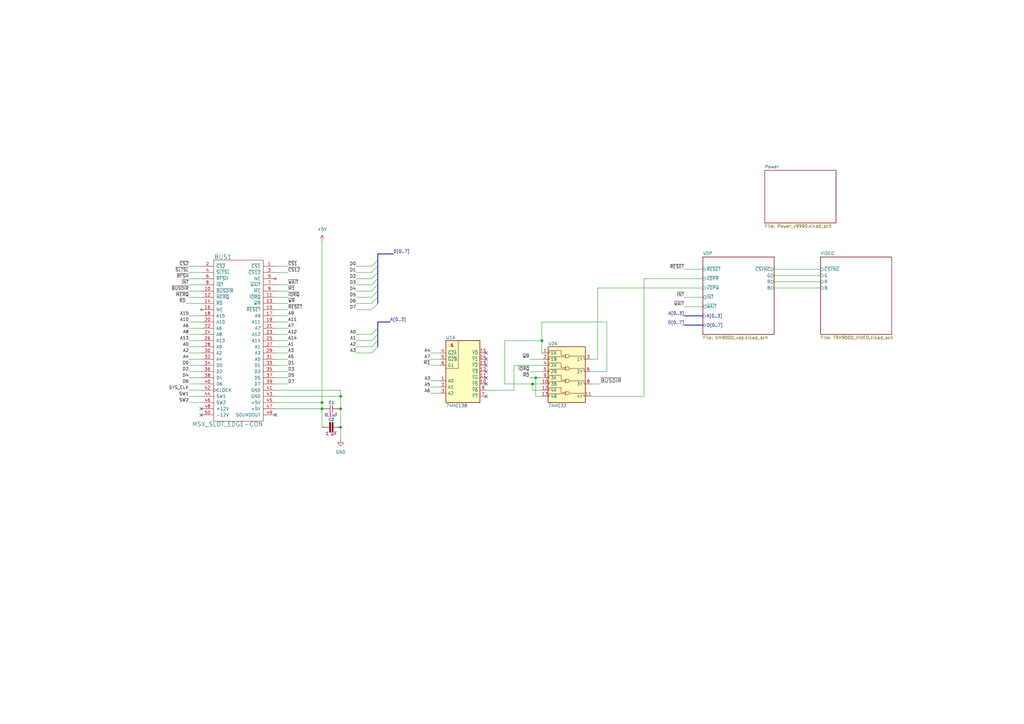
<source format=kicad_sch>
(kicad_sch (version 20211123) (generator eeschema)
  (paper "A3")
  (title_block (title "TRH9000") (date "2022-08-04") (rev "0.3") (company "The Retro Hacker") (comment 2 "Shared under CERN-OHL-S license") (comment 3 "TRH9000 - Open Source MSX Graphics Card based on the Yamaha V9990") (comment 4 "Designed  by: Cristiano Goncalves"))
  (lib_symbols
    (symbol "LRJ-parts:C_CC0805JPX7R9BB104" (pin_numbers hide) (pin_names (offset 1.016) hide)
      (property "Reference" "C" (at 1.524 2.921 0))
      (property "MPN" "CC0805JPX7R9BB104" (at -12.7 0 0))
      (symbol "C_CC0805JPX7R9BB104_1_1"
        (polyline (pts (xy -1.651 -0.508) (xy 1.524 -0.508)) (stroke (width 0.2032)))
        (polyline (pts (xy -1.651 0.508) (xy 1.524 0.508)) (stroke (width 0.2032)))
        (polyline (pts (xy 0 -1.27) (xy 0 -0.508)))
        (polyline (pts (xy 0 1.27) (xy 0 0.508)))
        (pin passive line (at 0 3.81 270) (length 2.54) (name "1") (number "1"))
        (pin passive line (at 0 -3.81 90) (length 2.54) (name "2") (number "2"))
      )
    )
    (symbol "LRJ-parts:C_CL21B105KBFNNNF" (pin_numbers hide) (pin_names (offset 1.016) hide)
      (property "Reference" "C" (at 1.524 2.921 0))
      (property "Capacitance" "1 µF" (at -5.08 1.27 0))
      (property "Voltage rating" "50V" (at -5.08 -1.27 0))
      (symbol "C_CL21B105KBFNNNF_1_0"
        (polyline (pts (xy 0 0) (xy 0 0.508)))
        (polyline (pts (xy 0 2.54) (xy 0 2.032)))
      )
      (symbol "C_CL21B105KBFNNNF_1_1"
        (rectangle (start -2.032 0.508) (end 2.032 1.016) (fill (type outline)))
        (rectangle (start -2.032 1.524) (end 2.032 2.032) (fill (type outline)))
        (pin passive line (at 0 5.08 270) (length 2.54) (name "1") (number "1"))
        (pin passive line (at 0 -2.54 90) (length 2.54) (name "2") (number "2"))
      )
    )
    (symbol "TRH9000:74VHC138" (pin_names (offset 0.762))
      (property "Reference" "U4" (at -6.35 13.97 0))
      (property "Value" "74HC138" (at -6.35 -13.97 0))
      (symbol "74VHC138_1_0"
        (polyline (pts (xy -1.27 12.7) (xy -1.27 1.27) (xy -6.35 1.27) (xy -6.35 1.27)))
        (text "&" (at -3.81 10.795 0) (effects (font (size 1.27 1.27))))
      )
      (symbol "74VHC138_1_1"
        (rectangle (start -6.35 12.7) (end 7.62 -12.7) (stroke (width 0.254)) (fill (type background)))
        (pin input line (at -8.89 -3.81 0) (length 2.54) (name "A0") (number "1"))
        (pin output line (at 10.16 -5.08 180) (length 2.54) (name "~{Y5}") (number "10"))
        (pin output line (at 10.16 -2.54 180) (length 2.54) (name "~{Y4}") (number "11"))
        (pin output line (at 10.16 0 180) (length 2.54) (name "~{Y3}") (number "12"))
        (pin output line (at 10.16 2.54 180) (length 2.54) (name "~{Y2}") (number "13"))
        (pin output line (at 10.16 5.08 180) (length 2.54) (name "~{Y1}") (number "14"))
        (pin output line (at 10.16 7.62 180) (length 2.54) (name "~{Y0}") (number "15"))
        (pin input line (at -8.89 -6.35 0) (length 2.54) (name "A1") (number "2"))
        (pin input line (at -8.89 -8.89 0) (length 2.54) (name "A2") (number "3"))
        (pin input line (at -8.89 7.62 0) (length 2.54) (name "~{G2A}") (number "4"))
        (pin input line (at -8.89 5.08 0) (length 2.54) (name "~{G2B}") (number "5"))
        (pin input line (at -8.89 2.54 0) (length 2.54) (name "G1") (number "6"))
        (pin output line (at 10.16 -10.16 180) (length 2.54) (name "~{Y7}") (number "7"))
        (pin output line (at 10.16 -7.62 180) (length 2.54) (name "~{Y6}") (number "9"))
      )
      (symbol "74VHC138_2_0"
        (rectangle (start -2.54 5.08) (end 2.54 -5.08) (stroke (width 0.254)) (fill (type background)))
        (pin power_in line (at 0 7.62 270) (length 2.54) (name "VCC") (number "16"))
      )
      (symbol "74VHC138_2_1"
        (pin power_in line (at 0 -7.62 90) (length 2.54) (name "GND") (number "8"))
      )
    )
    (symbol "TRH9000:MSX_SLOT_EDGE-CON" (pin_names (offset 1.016)) (in_bom no)
      (property "Reference" "BUS" (at -10.16 34.29 0))
      (property "Value" "MSX_SLOT_EDGE-CON" (at -10.16 -34.29 0))
      (symbol "MSX_SLOT_EDGE-CON_0_1"
        (rectangle (start -10.16 -33.02) (end 10.16 33.02))
      )
      (symbol "MSX_SLOT_EDGE-CON_1_1"
        (pin output line (at -15.24 30.48 0) (length 5.08) (name "~{CS1}") (number "1"))
        (pin output line (at 15.24 20.32 180) (length 5.08) (name "~{BUSDIR}") (number "10"))
        (pin output line (at -15.24 17.78 0) (length 5.08) (name "~{IORQ}") (number "11"))
        (pin input line (at 15.24 17.78 180) (length 5.08) (name "~{MERQ}") (number "12"))
        (pin output line (at -15.24 15.24 0) (length 5.08) (name "~{WR}") (number "13"))
        (pin output line (at 15.24 15.24 180) (length 5.08) (name "~{RD}") (number "14"))
        (pin output line (at -15.24 12.7 0) (length 5.08) (name "~{RESET}") (number "15"))
        (pin no_connect line (at 15.24 12.7 180) (length 5.08) (name "NC") (number "16"))
        (pin output line (at -15.24 10.16 0) (length 5.08) (name "A9") (number "17"))
        (pin output line (at 15.24 10.16 180) (length 5.08) (name "A15") (number "18"))
        (pin output line (at -15.24 7.62 0) (length 5.08) (name "A11") (number "19"))
        (pin output line (at 15.24 30.48 180) (length 5.08) (name "~{CS2}") (number "2"))
        (pin output line (at 15.24 7.62 180) (length 5.08) (name "A10") (number "20"))
        (pin output line (at -15.24 5.08 0) (length 5.08) (name "A7") (number "21"))
        (pin output line (at 15.24 5.08 180) (length 5.08) (name "A6") (number "22"))
        (pin output line (at -15.24 2.54 0) (length 5.08) (name "A12") (number "23"))
        (pin output line (at 15.24 2.54 180) (length 5.08) (name "A8") (number "24"))
        (pin output line (at -15.24 0 0) (length 5.08) (name "A14") (number "25"))
        (pin output line (at 15.24 0 180) (length 5.08) (name "A13") (number "26"))
        (pin output line (at -15.24 -2.54 0) (length 5.08) (name "A1") (number "27"))
        (pin output line (at 15.24 -2.54 180) (length 5.08) (name "A0") (number "28"))
        (pin output line (at -15.24 -5.08 0) (length 5.08) (name "A3") (number "29"))
        (pin output line (at -15.24 27.94 0) (length 5.08) (name "~{CS12}") (number "3"))
        (pin output line (at 15.24 -5.08 180) (length 5.08) (name "A2") (number "30"))
        (pin output line (at -15.24 -7.62 0) (length 5.08) (name "A5") (number "31"))
        (pin output line (at 15.24 -7.62 180) (length 5.08) (name "A4") (number "32"))
        (pin tri_state line (at -15.24 -10.16 0) (length 5.08) (name "D1") (number "33"))
        (pin tri_state line (at 15.24 -10.16 180) (length 5.08) (name "D0") (number "34"))
        (pin tri_state line (at -15.24 -12.7 0) (length 5.08) (name "D3") (number "35"))
        (pin tri_state line (at 15.24 -12.7 180) (length 5.08) (name "D2~{}") (number "36"))
        (pin tri_state line (at -15.24 -15.24 0) (length 5.08) (name "D5") (number "37"))
        (pin tri_state line (at 15.24 -15.24 180) (length 5.08) (name "D4") (number "38"))
        (pin tri_state line (at -15.24 -17.78 0) (length 5.08) (name "D7") (number "39"))
        (pin output line (at 15.24 27.94 180) (length 5.08) (name "~{SLTSL}") (number "4"))
        (pin tri_state line (at 15.24 -17.78 180) (length 5.08) (name "D6") (number "40"))
        (pin power_in line (at -15.24 -20.32 0) (length 5.08) (name "GND") (number "41"))
        (pin output clock (at 15.24 -20.32 180) (length 5.08) (name "CLOCK") (number "42"))
        (pin power_in line (at -15.24 -22.86 0) (length 5.08) (name "GND") (number "43"))
        (pin passive line (at 15.24 -22.86 180) (length 5.08) (name "SW1") (number "44"))
        (pin power_in line (at -15.24 -25.4 0) (length 5.08) (name "+5V") (number "45"))
        (pin passive line (at 15.24 -25.4 180) (length 5.08) (name "SW2") (number "46"))
        (pin power_in line (at -15.24 -27.94 0) (length 5.08) (name "+5V") (number "47"))
        (pin power_in line (at 15.24 -27.94 180) (length 5.08) (name "+12V") (number "48"))
        (pin output line (at -15.24 -30.48 0) (length 5.08) (name "SOUNDOUT") (number "49"))
        (pin no_connect line (at -15.24 25.4 0) (length 5.08) (name "NC") (number "5"))
        (pin power_in line (at 15.24 -30.48 180) (length 5.08) (name "-12V") (number "50"))
        (pin output line (at 15.24 25.4 180) (length 5.08) (name "~{RFSH}") (number "6"))
        (pin input line (at -15.24 22.86 0) (length 5.08) (name "~{WAIT}") (number "7"))
        (pin open_collector line (at 15.24 22.86 180) (length 5.08) (name "~{INT}") (number "8"))
        (pin output line (at -15.24 20.32 0) (length 5.08) (name "~{M1}") (number "9"))
      )
    )
    (symbol "TRH9000:T.I_SN74AHCT32D" (pin_names (offset 1))
      (property "Reference" "U5" (at -22.86 17.78 0))
      (property "Value" "T.I_SN74AHCT32D" (at -22.86 15.24 0))
      (symbol "T.I_SN74AHCT32D_1_1"
        (rectangle (start -7.62 12.7) (end 7.62 -10.16) (stroke (width 0.254)) (fill (type background)))
        (arc (start -0.635 -6.985) (mid -0.372 -6.35) (end -0.635 -5.715))
        (arc (start -0.635 -1.905) (mid -0.372 -1.27) (end -0.635 -0.635))
        (arc (start -0.635 3.175) (mid -0.372 3.81) (end -0.635 4.445))
        (arc (start -0.635 8.255) (mid -0.372 8.89) (end -0.635 9.525))
        (polyline (pts (xy -0.635 -6.604) (xy -0.508 -6.604)))
        (polyline (pts (xy -0.635 -6.096) (xy -0.508 -6.096)))
        (polyline (pts (xy -0.635 -1.524) (xy -0.508 -1.524)))
        (polyline (pts (xy -0.635 -1.016) (xy -0.508 -1.016)))
        (polyline (pts (xy -0.635 3.556) (xy -0.508 3.556)))
        (polyline (pts (xy -0.635 4.064) (xy -0.508 4.064)))
        (polyline (pts (xy -0.635 8.636) (xy -0.508 8.636)))
        (polyline (pts (xy -0.635 9.144) (xy -0.508 9.144)))
        (polyline (pts (xy 0.635 -6.985) (xy -0.635 -6.985)))
        (polyline (pts (xy 0.635 -5.715) (xy -0.635 -5.715)))
        (polyline (pts (xy 0.635 -1.905) (xy -0.635 -1.905)))
        (polyline (pts (xy 0.635 -0.635) (xy -0.635 -0.635)))
        (polyline (pts (xy 0.635 3.175) (xy -0.635 3.175)))
        (polyline (pts (xy 0.635 4.445) (xy -0.635 4.445)))
        (polyline (pts (xy 0.635 8.255) (xy -0.635 8.255)))
        (polyline (pts (xy 0.635 9.525) (xy -0.635 9.525)))
        (polyline (pts (xy 0.635 -5.715) (xy 1.27 -6.35) (xy 0.635 -6.985)))
        (polyline (pts (xy 0.635 -0.635) (xy 1.27 -1.27) (xy 0.635 -1.905)))
        (polyline (pts (xy 0.635 4.445) (xy 1.27 3.81) (xy 0.635 3.175)))
        (polyline (pts (xy 0.635 9.525) (xy 1.27 8.89) (xy 0.635 8.255)))
        (polyline (pts (xy -0.635 -6.096) (xy -2.286 -6.096) (xy -2.286 -4.064) (xy -3.81 -4.064)))
        (polyline (pts (xy -0.635 -1.016) (xy -2.286 -1.016) (xy -2.286 1.016) (xy -3.81 1.016)))
        (polyline (pts (xy -0.635 4.064) (xy -2.286 4.064) (xy -2.286 6.096) (xy -3.81 6.096)))
        (polyline (pts (xy -0.635 9.144) (xy -2.286 9.144) (xy -2.286 11.176) (xy -3.81 11.176)))
        (polyline (pts (xy -3.81 -4.064) (xy -3.81 -4.064) (xy -7.112 -4.064) (xy -7.112 -5.08) (xy -7.62 -5.08)))
        (polyline (pts (xy -3.81 1.016) (xy -3.81 1.016) (xy -7.112 1.016) (xy -7.112 0) (xy -7.62 0)))
        (polyline (pts (xy -3.81 6.096) (xy -3.81 6.096) (xy -7.112 6.096) (xy -7.112 5.08) (xy -7.62 5.08)))
        (polyline (pts (xy -3.81 11.176) (xy -3.81 11.176) (xy -7.112 11.176) (xy -7.112 10.16) (xy -7.62 10.16)))
        (polyline (pts (xy -0.635 -6.604) (xy -3.81 -6.604) (xy -7.112 -6.604) (xy -7.112 -7.62) (xy -7.62 -7.62)))
        (polyline (pts (xy -0.635 -1.524) (xy -3.81 -1.524) (xy -7.112 -1.524) (xy -7.112 -2.54) (xy -7.62 -2.54)))
        (polyline (pts (xy -0.635 3.556) (xy -3.81 3.556) (xy -7.112 3.556) (xy -7.112 2.54) (xy -7.62 2.54)))
        (polyline (pts (xy -0.635 8.636) (xy -3.81 8.636) (xy -7.112 8.636) (xy -7.112 7.62) (xy -7.62 7.62)))
        (polyline (pts (xy 1.27 -6.35) (xy 3.81 -6.35) (xy 7.112 -6.35) (xy 7.112 -7.62) (xy 7.62 -7.62)))
        (polyline (pts (xy 1.27 -1.27) (xy 3.81 -1.27) (xy 7.112 -1.27) (xy 7.112 -2.54) (xy 7.62 -2.54)))
        (polyline (pts (xy 1.27 3.81) (xy 3.81 3.81) (xy 7.112 3.81) (xy 7.112 2.54) (xy 7.62 2.54)))
        (polyline (pts (xy 1.27 8.89) (xy 3.81 8.89) (xy 7.112 8.89) (xy 7.112 7.62) (xy 7.62 7.62)))
        (pin input line (at -10.16 10.16 0) (length 2.54) (name "1A") (number "1"))
        (pin input line (at -10.16 -2.54 0) (length 2.54) (name "3B") (number "10"))
        (pin output line (at 10.16 -7.62 180) (length 2.54) (name "4Y") (number "11"))
        (pin input line (at -10.16 -5.08 0) (length 2.54) (name "4A") (number "12"))
        (pin input line (at -10.16 -7.62 0) (length 2.54) (name "4B") (number "13"))
        (pin input line (at -10.16 7.62 0) (length 2.54) (name "1B") (number "2"))
        (pin output line (at 10.16 7.62 180) (length 2.54) (name "1Y") (number "3"))
        (pin input line (at -10.16 5.08 0) (length 2.54) (name "2A") (number "4"))
        (pin input line (at -10.16 2.54 0) (length 2.54) (name "2B") (number "5"))
        (pin output line (at 10.16 2.54 180) (length 2.54) (name "2Y") (number "6"))
        (pin output line (at 10.16 -2.54 180) (length 2.54) (name "3Y") (number "8"))
        (pin input line (at -10.16 0 0) (length 2.54) (name "3A") (number "9"))
      )
      (symbol "T.I_SN74AHCT32D_2_0"
        (text "GND" (at 0 -1.27 0) (effects (font (size 1.27 1.27))))
        (text "VCC" (at 0 1.27 0) (effects (font (size 1.27 1.27))))
      )
      (symbol "T.I_SN74AHCT32D_2_1"
        (rectangle (start -2.54 2.54) (end 2.54 -2.54) (fill (type background)))
        (pin power_in line (at 0 5.08 270) (length 2.54) (name "VCC") (number "14"))
        (pin power_in line (at 0 -5.08 90) (length 2.54) (name "GND") (number "7"))
      )
    )
    (symbol "power:+5V" (power) (pin_names (offset 0))
      (property "Value" "+5V" (at 0 3.556 0))
      (symbol "+5V_0_1"
        (polyline (pts (xy -0.762 1.27) (xy 0 2.54)))
        (polyline (pts (xy 0 0) (xy 0 2.54)))
        (polyline (pts (xy 0 2.54) (xy 0.762 1.27)))
      )
      (symbol "+5V_1_1"
        (pin power_in line (at 0 0 90) (length 0) hide (name "+5V") (number "1"))
      )
    )
    (symbol "power:GND" (power) (pin_names (offset 0))
      (property "Value" "GND" (at 0 -3.81 0))
      (symbol "GND_0_1"
        (polyline (pts (xy 0 0) (xy 0 -1.27) (xy 1.27 -1.27) (xy 0 -2.54) (xy -1.27 -1.27) (xy 0 -1.27)))
      )
      (symbol "GND_1_1"
        (pin power_in line (at 0 0 270) (length 0) hide (name "GND") (number "1"))
      )
    )
  )
  (junction (at 222.25 139.7))
  (junction (at 139.7 175.26))
  (junction (at 219.71 154.94))
  (junction (at 218.44 157.48))
  (junction (at 132.08 167.64))
  (junction (at 132.08 165.1))
  (junction (at 139.7 167.64))
  (junction (at 139.7 162.56))
  (no_connect (at 199.39 152.4))
  (no_connect (at 199.39 162.56))
  (no_connect (at 199.39 144.78))
  (no_connect (at 199.39 147.32))
  (no_connect (at 199.39 154.94))
  (no_connect (at 199.39 157.48))
  (no_connect (at 199.39 149.86))
  (no_connect (at 82.55 167.64))
  (no_connect (at 82.55 170.18))
  (no_connect (at 113.03 170.18))
  (bus_entry (at 154.94 139.7) (size -2.54 2.54))
  (bus_entry (at 154.94 114.3) (size -2.54 2.54))
  (bus_entry (at 154.94 134.62) (size -2.54 2.54))
  (bus_entry (at 154.94 121.92) (size -2.54 2.54))
  (bus_entry (at 154.94 106.68) (size -2.54 2.54))
  (bus_entry (at 154.94 116.84) (size -2.54 2.54))
  (bus_entry (at 154.94 119.38) (size -2.54 2.54))
  (bus_entry (at 154.94 111.76) (size -2.54 2.54))
  (bus_entry (at 154.94 142.24) (size -2.54 2.54))
  (bus_entry (at 154.94 124.46) (size -2.54 2.54))
  (bus_entry (at 154.94 137.16) (size -2.54 2.54))
  (bus_entry (at 154.94 109.22) (size -2.54 2.54))
  (wire (pts (xy 113.03 157.48) (xy 118.11 157.48)))
  (wire (pts (xy 245.11 147.32) (xy 245.11 118.11)))
  (wire (pts (xy 77.47 162.56) (xy 82.55 162.56)))
  (wire (pts (xy 242.57 147.32) (xy 245.11 147.32)))
  (wire (pts (xy 113.03 132.08) (xy 118.11 132.08)))
  (wire (pts (xy 217.17 147.32) (xy 222.25 147.32)))
  (wire (pts (xy 77.47 165.1) (xy 82.55 165.1)))
  (wire (pts (xy 113.03 134.62) (xy 118.11 134.62)))
  (wire (pts (xy 218.44 160.02) (xy 218.44 157.48)))
  (wire (pts (xy 113.03 165.1) (xy 132.08 165.1)))
  (bus (pts (xy 154.94 109.22) (xy 154.94 111.76)))
  (wire (pts (xy 242.57 157.48) (xy 246.38 157.48)))
  (wire (pts (xy 219.71 154.94) (xy 222.25 154.94)))
  (wire (pts (xy 77.47 149.86) (xy 82.55 149.86)))
  (bus (pts (xy 154.94 121.92) (xy 154.94 124.46)))
  (wire (pts (xy 113.03 142.24) (xy 118.11 142.24)))
  (wire (pts (xy 113.03 152.4) (xy 118.11 152.4)))
  (wire (pts (xy 113.03 147.32) (xy 118.11 147.32)))
  (wire (pts (xy 146.05 124.46) (xy 152.4 124.46)))
  (wire (pts (xy 317.5 115.57) (xy 336.55 115.57)))
  (wire (pts (xy 222.25 139.7) (xy 222.25 132.08)))
  (wire (pts (xy 280.67 110.49) (xy 288.29 110.49)))
  (wire (pts (xy 146.05 111.76) (xy 152.4 111.76)))
  (wire (pts (xy 146.05 109.22) (xy 152.4 109.22)))
  (wire (pts (xy 113.03 162.56) (xy 139.7 162.56)))
  (wire (pts (xy 207.01 139.7) (xy 222.25 139.7)))
  (bus (pts (xy 280.67 129.54) (xy 288.29 129.54)))
  (wire (pts (xy 146.05 127) (xy 152.4 127)))
  (wire (pts (xy 248.92 152.4) (xy 242.57 152.4)))
  (wire (pts (xy 77.47 121.92) (xy 82.55 121.92)))
  (wire (pts (xy 113.03 116.84) (xy 118.11 116.84)))
  (wire (pts (xy 77.47 137.16) (xy 82.55 137.16)))
  (wire (pts (xy 222.25 160.02) (xy 218.44 160.02)))
  (bus (pts (xy 154.94 132.08) (xy 154.94 134.62)))
  (wire (pts (xy 219.71 162.56) (xy 219.71 154.94)))
  (wire (pts (xy 146.05 144.78) (xy 152.4 144.78)))
  (bus (pts (xy 154.94 114.3) (xy 154.94 116.84)))
  (bus (pts (xy 161.29 104.14) (xy 154.94 104.14)))
  (bus (pts (xy 154.94 106.68) (xy 154.94 109.22)))
  (bus (pts (xy 154.94 116.84) (xy 154.94 119.38)))
  (wire (pts (xy 77.47 139.7) (xy 82.55 139.7)))
  (wire (pts (xy 207.01 157.48) (xy 207.01 139.7)))
  (wire (pts (xy 218.44 157.48) (xy 207.01 157.48)))
  (wire (pts (xy 146.05 142.24) (xy 152.4 142.24)))
  (wire (pts (xy 217.17 154.94) (xy 219.71 154.94)))
  (wire (pts (xy 77.47 157.48) (xy 82.55 157.48)))
  (wire (pts (xy 77.47 109.22) (xy 82.55 109.22)))
  (wire (pts (xy 176.53 147.32) (xy 180.34 147.32)))
  (wire (pts (xy 264.16 114.3) (xy 288.29 114.3)))
  (wire (pts (xy 176.53 156.21) (xy 180.34 156.21)))
  (wire (pts (xy 176.53 161.29) (xy 180.34 161.29)))
  (bus (pts (xy 154.94 139.7) (xy 154.94 142.24)))
  (wire (pts (xy 245.11 118.11) (xy 288.29 118.11)))
  (wire (pts (xy 139.7 175.26) (xy 139.7 180.34)))
  (wire (pts (xy 113.03 149.86) (xy 118.11 149.86)))
  (wire (pts (xy 146.05 137.16) (xy 152.4 137.16)))
  (wire (pts (xy 113.03 127) (xy 118.11 127)))
  (wire (pts (xy 210.82 160.02) (xy 210.82 149.86)))
  (wire (pts (xy 77.47 147.32) (xy 82.55 147.32)))
  (wire (pts (xy 132.08 99.06) (xy 132.08 165.1)))
  (wire (pts (xy 113.03 139.7) (xy 118.11 139.7)))
  (wire (pts (xy 317.5 118.11) (xy 336.55 118.11)))
  (wire (pts (xy 77.47 129.54) (xy 82.55 129.54)))
  (wire (pts (xy 242.57 162.56) (xy 264.16 162.56)))
  (wire (pts (xy 77.47 154.94) (xy 82.55 154.94)))
  (wire (pts (xy 248.92 132.08) (xy 248.92 152.4)))
  (wire (pts (xy 113.03 111.76) (xy 118.11 111.76)))
  (wire (pts (xy 77.47 114.3) (xy 82.55 114.3)))
  (wire (pts (xy 77.47 134.62) (xy 82.55 134.62)))
  (wire (pts (xy 113.03 144.78) (xy 118.11 144.78)))
  (wire (pts (xy 113.03 154.94) (xy 118.11 154.94)))
  (wire (pts (xy 113.03 119.38) (xy 118.11 119.38)))
  (wire (pts (xy 113.03 167.64) (xy 132.08 167.64)))
  (wire (pts (xy 132.08 167.64) (xy 132.08 175.26)))
  (bus (pts (xy 280.67 133.35) (xy 288.29 133.35)))
  (wire (pts (xy 113.03 124.46) (xy 118.11 124.46)))
  (wire (pts (xy 264.16 162.56) (xy 264.16 114.3)))
  (wire (pts (xy 77.47 144.78) (xy 82.55 144.78)))
  (wire (pts (xy 280.67 121.92) (xy 288.29 121.92)))
  (wire (pts (xy 146.05 119.38) (xy 152.4 119.38)))
  (wire (pts (xy 199.39 160.02) (xy 210.82 160.02)))
  (bus (pts (xy 154.94 137.16) (xy 154.94 139.7)))
  (wire (pts (xy 317.5 113.03) (xy 336.55 113.03)))
  (wire (pts (xy 76.2 124.46) (xy 82.55 124.46)))
  (bus (pts (xy 154.94 111.76) (xy 154.94 114.3)))
  (wire (pts (xy 113.03 129.54) (xy 118.11 129.54)))
  (wire (pts (xy 77.47 132.08) (xy 82.55 132.08)))
  (wire (pts (xy 222.25 162.56) (xy 219.71 162.56)))
  (wire (pts (xy 77.47 111.76) (xy 82.55 111.76)))
  (bus (pts (xy 154.94 104.14) (xy 154.94 106.68)))
  (wire (pts (xy 280.67 125.73) (xy 288.29 125.73)))
  (wire (pts (xy 113.03 109.22) (xy 118.11 109.22)))
  (wire (pts (xy 176.53 149.86) (xy 180.34 149.86)))
  (wire (pts (xy 146.05 116.84) (xy 152.4 116.84)))
  (wire (pts (xy 77.47 116.84) (xy 82.55 116.84)))
  (wire (pts (xy 139.7 167.64) (xy 139.7 175.26)))
  (wire (pts (xy 146.05 114.3) (xy 152.4 114.3)))
  (wire (pts (xy 77.47 160.02) (xy 82.55 160.02)))
  (wire (pts (xy 317.5 110.49) (xy 336.55 110.49)))
  (wire (pts (xy 77.47 152.4) (xy 82.55 152.4)))
  (wire (pts (xy 139.7 162.56) (xy 139.7 167.64)))
  (bus (pts (xy 154.94 137.16) (xy 154.94 134.62)))
  (wire (pts (xy 146.05 139.7) (xy 152.4 139.7)))
  (wire (pts (xy 113.03 137.16) (xy 118.11 137.16)))
  (wire (pts (xy 139.7 160.02) (xy 139.7 162.56)))
  (wire (pts (xy 210.82 149.86) (xy 222.25 149.86)))
  (bus (pts (xy 154.94 119.38) (xy 154.94 121.92)))
  (wire (pts (xy 217.17 152.4) (xy 222.25 152.4)))
  (wire (pts (xy 222.25 144.78) (xy 222.25 139.7)))
  (wire (pts (xy 77.47 142.24) (xy 82.55 142.24)))
  (wire (pts (xy 222.25 132.08) (xy 248.92 132.08)))
  (wire (pts (xy 113.03 160.02) (xy 139.7 160.02)))
  (wire (pts (xy 132.08 165.1) (xy 132.08 167.64)))
  (wire (pts (xy 176.53 158.75) (xy 180.34 158.75)))
  (bus (pts (xy 154.94 132.08) (xy 160.02 132.08)))
  (wire (pts (xy 146.05 121.92) (xy 152.4 121.92)))
  (wire (pts (xy 77.47 119.38) (xy 82.55 119.38)))
  (wire (pts (xy 176.53 144.78) (xy 180.34 144.78)))
  (wire (pts (xy 222.25 157.48) (xy 218.44 157.48)))
  (wire (pts (xy 113.03 121.92) (xy 118.11 121.92)))
  (label "~{WAIT}" (at 118.11 116.84 0))
  (label "~{RESET}" (at 280.67 110.49 180))
  (label "A7" (at 118.11 134.62 0))
  (label "SYS_CLK" (at 77.47 160.02 180))
  (label "A3" (at 176.53 156.21 180))
  (label "A2" (at 146.05 142.24 180))
  (label "~{M1}" (at 176.53 149.86 180))
  (label "D5" (at 118.11 154.94 0))
  (label "A8" (at 77.47 137.16 180))
  (label "A3" (at 146.05 144.78 180))
  (label "A0" (at 146.05 137.16 180))
  (label "A6" (at 176.53 161.29 180))
  (label "A9" (at 118.11 129.54 0))
  (label "A5" (at 118.11 147.32 0))
  (label "A2" (at 77.47 144.78 180))
  (label "A6" (at 77.47 134.62 180))
  (label "A[0..3]" (at 160.02 132.08 0))
  (label "~{BUSDIR}" (at 246.38 157.48 0) (effects (font (size 1.524 1.524))))
  (label "~{RD}" (at 76.2 124.46 180))
  (label "~{RFSH}" (at 77.47 114.3 180))
  (label "D7" (at 146.05 127 180))
  (label "D[0..7]" (at 161.29 104.14 0))
  (label "A[0..3]" (at 280.67 129.54 180))
  (label "~{CS1}" (at 118.11 109.22 0))
  (label "A1" (at 146.05 139.7 180))
  (label "~{WR}" (at 118.11 124.46 0))
  (label "~{INT}" (at 77.47 116.84 180))
  (label "A14" (at 118.11 139.7 0))
  (label "A5" (at 176.53 158.75 180))
  (label "D5" (at 146.05 121.92 180))
  (label "~{M1}" (at 118.11 119.38 0))
  (label "A7" (at 176.53 147.32 180))
  (label "A13" (at 77.47 139.7 180))
  (label "~{INT}" (at 280.67 121.92 180))
  (label "~{IORQ}" (at 118.11 121.92 0))
  (label "A11" (at 118.11 132.08 0))
  (label "D4" (at 146.05 119.38 180))
  (label "A4" (at 77.47 147.32 180))
  (label "SW1" (at 77.47 162.56 180))
  (label "~{WR}" (at 217.17 147.32 180))
  (label "D[0..7]" (at 280.67 133.35 180))
  (label "A15" (at 77.47 129.54 180))
  (label "D0" (at 77.47 149.86 180))
  (label "SW2" (at 77.47 165.1 180))
  (label "~{WAIT}" (at 280.67 125.73 180))
  (label "A3" (at 118.11 144.78 0))
  (label "D7" (at 118.11 157.48 0))
  (label "D0" (at 146.05 109.22 180))
  (label "A1" (at 118.11 142.24 0))
  (label "~{CS2}" (at 77.47 109.22 180))
  (label "D2" (at 146.05 114.3 180))
  (label "D6" (at 146.05 124.46 180))
  (label "~{BUSDIR}" (at 77.47 119.38 180))
  (label "~{RD}" (at 217.17 154.94 180))
  (label "~{IORQ}" (at 217.17 152.4 180))
  (label "A4" (at 176.53 144.78 180))
  (label "D1" (at 146.05 111.76 180))
  (label "D2" (at 77.47 152.4 180))
  (label "D3" (at 118.11 152.4 0))
  (label "~{SLTSL}" (at 77.47 111.76 180))
  (label "D3" (at 146.05 116.84 180))
  (label "~{RESET}" (at 118.11 127 0))
  (label "A0" (at 77.47 142.24 180))
  (label "A10" (at 77.47 132.08 180))
  (label "~{CS12}" (at 118.11 111.76 0))
  (label "D1" (at 118.11 149.86 0))
  (label "~{MERQ}" (at 77.47 121.92 180))
  (label "D6" (at 77.47 157.48 180))
  (label "D4" (at 77.47 154.94 180))
  (label "A12" (at 118.11 137.16 0))
  (symbol (lib_id "LRJ-parts:C_CC0805JPX7R9BB104") (at 135.89 167.64 90) (unit 1)
    (property "Reference" "C1" (at 137.16 165.1 90) (effects (font (size 1.143 1.143)) (justify left)))
    (property "Value" "0.1uF" (effects hide))
    (property "Footprint" "Capacitor_SMD:C_0805_2012Metric" (effects hide))
    (property "Datasheet" "https://www.yageo.com/upload/media/product/productsearch/datasheet/mlcc/UPY-GPHC_X7R_6.3V-to-50V_18.pdf" (effects hide))
    (property "Capacitance" "0.1uF" (at 135.89 170.18 90))
    (property "Voltage rating" "50V" (effects hide))
    (property "Temperature Coefficient " "X7R" (effects hide))
    (property "Mounting type" "SMD" (effects hide))
    (property "Status" "Active" (effects hide))
    (property "Price" "€0,14" (effects hide))
  )
  (symbol (lib_id "TRH9000:T.I_SN74AHCT32D") (at 232.41 154.94 0) (unit 1)
    (property "Reference" "U2" (at 224.79 140.97 0) (effects (justify left)))
    (property "Value" "74HC32" (at 224.79 166.37 0) (effects (justify left)))
    (property "Footprint" "Package_SO:SO-14_3.9x8.65mm_P1.27mm" (effects hide))
    (property "Datasheet" "https://www.ti.com/general/docs/suppproductinfo.tsp?distId=10&gotoUrl=https%3A%2F%2Fwww.ti.com%2Flit%2Fgpn%2Fsn74ahct32" (effects hide))
    (property "MPN" "74HC32" (effects hide))
    (property "DK_Detail_Page" "https://www.digikey.se/en/products/detail/texas-instruments/SN74AHCT32DGVR/376444" (effects hide))
    (property "Description" "OR Gate, 4 Channel, 14-TVSOP, 7.9nS" (effects hide))
    (property "Manufacturer" "Texas Instruments" (effects hide))
    (property "Status" "Active" (effects hide))
  )
  (symbol (lib_id "LRJ-parts:C_CL21B105KBFNNNF") (at 137.16 175.26 90) (unit 1)
    (property "Reference" "C2" (at 135.89 172.085 90) (effects (font (size 1.143 1.143))))
    (property "Value" "1 µF" (effects hide))
    (property "Footprint" "Capacitor_SMD:C_0805_2012Metric" (effects hide))
    (property "Datasheet" "http://www.samsungsem.com/kr/support/product-search/mlcc/CL21B105KBFNNNF.jsp" (effects hide))
    (property "Capacitance" "1 µF" (at 135.89 177.8 90))
    (property "MPN" "CL21B105KBFNNNF" (effects hide))
    (property "Manufacturer" "Samsung Electro-Mechanics" (effects hide))
    (property "Voltage rating" "50V" (effects hide))
  )
  (symbol (lib_id "power:GND") (at 139.7 180.34 0) (unit 1)
    (property "Reference" "#PWR02" (effects hide))
    (property "Value" "GND" (at 139.7 185.42 0))
  )
  (symbol (lib_id "TRH9000:MSX_SLOT_EDGE-CON") (at 97.79 139.7 0) (mirror y) (unit 1) (in_bom no)
    (property "Reference" "BUS1" (at 91.44 105.41 0) (effects (font (size 1.778 1.778))))
    (property "Value" "MSX_SLOT_EDGE-CON" (at 107.95 173.99 0) (effects (font (size 1.778 1.778)) (justify left)))
    (property "Footprint" "trh9000:msx_cartridge" (effects hide))
    (property "Datasheet" "https://www.msx.org/wiki/MSX_Cartridge_slot#Pinout_of_Standard_MSX_Cartridge_slot" (effects hide))
    (property "Manufacturer" "n/a" (effects hide))
    (property "MPN" "n/a" (effects hide))
  )
  (symbol (lib_id "TRH9000:74VHC138") (at 189.23 152.4 0) (unit 1)
    (property "Reference" "U1" (at 182.88 138.43 0) (effects (justify left)))
    (property "Value" "74HC138" (at 182.88 166.37 0) (effects (justify left)))
    (property "Footprint" "Package_SO:SO-16_3.9x9.9mm_P1.27mm" (effects hide))
    (property "Datasheet" "https://media.digikey.com/pdf/Data%20Sheets/Toshiba%20PDFs/TC74VHC138F,FN,FT,FK.pdf" (effects hide))
    (property "MPN" "74HC138" (effects hide))
    (property "Manufacturer" " Toshiba Semiconductor and Storage" (effects hide))
  )
  (symbol (lib_id "power:+5V") (at 132.08 99.06 0) (unit 1)
    (property "Reference" "#PWR01" (effects hide))
    (property "Value" "+5V" (at 132.08 93.98 0))
  )
  (sheet (at 313.69 69.85) (size 29.21 21.59) (stroke (width 0.1524))
    (property "Sheet name" "Power" (at 313.69 69.1384 0) (effects (justify left bottom)))
    (property "Sheet file" "Power_v9990.kicad_sch" (at 313.69 92.0246 0) (effects (justify left top)))
  )
  (sheet (at 288.29 105.41) (size 29.21 31.75) (stroke (width 0.1524))
    (property "Sheet name" "VDP" (at 288.29 104.6984 0) (effects (justify left bottom)))
    (property "Sheet file" "trh9000_vdp.kicad_sch" (at 288.29 137.7446 0) (effects (justify left top)))
    (pin "~{RESET}" input (at 288.29 110.49 180))
    (pin "G" output (at 317.5 113.03 0))
    (pin "R" output (at 317.5 115.57 0))
    (pin "B" output (at 317.5 118.11 0))
    (pin "~{VDPR}" input (at 288.29 114.3 180))
    (pin "~{VDPW}" input (at 288.29 118.11 180))
    (pin "~{INT}" output (at 288.29 121.92 180))
    (pin "~{WAIT}" output (at 288.29 125.73 180))
    (pin "~{CSYNC}" output (at 317.5 110.49 0))
    (pin "D[0..7]" bidirectional (at 288.29 133.35 180))
    (pin "A[0..3]" input (at 288.29 129.54 180))
  )
  (sheet (at 336.55 105.41) (size 29.21 31.75) (stroke (width 0.1524))
    (property "Sheet name" "VIDEO" (at 336.55 104.6984 0) (effects (justify left bottom)))
    (property "Sheet file" "TRH9000_VIDEO.kicad_sch" (at 336.55 137.7446 0) (effects (justify left top)))
    (pin "~{CSYNC}" input (at 336.55 110.49 180))
    (pin "G" input (at 336.55 113.03 180))
    (pin "B" input (at 336.55 118.11 180))
    (pin "R" input (at 336.55 115.57 180))
  )
)
</source>
